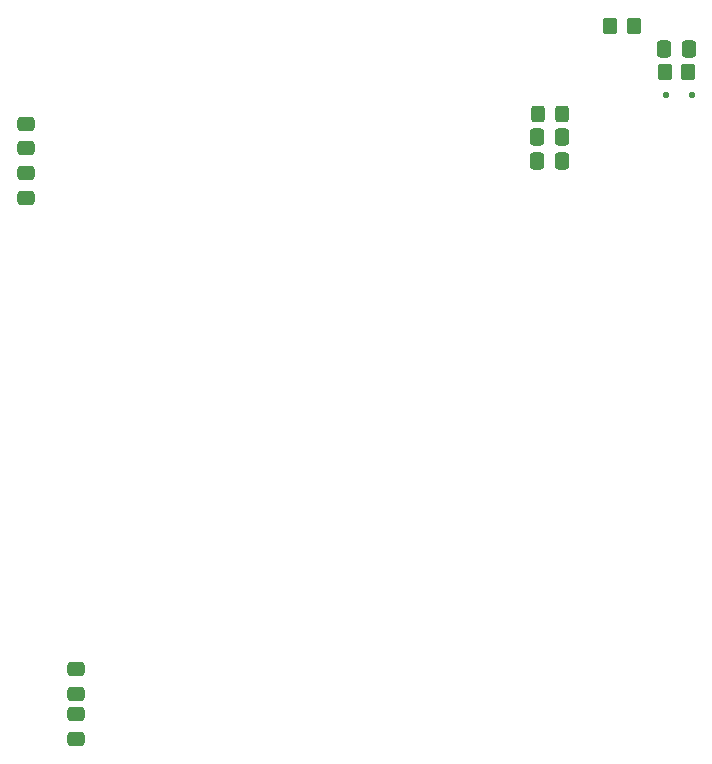
<source format=gbp>
G04 #@! TF.GenerationSoftware,KiCad,Pcbnew,7.0.9*
G04 #@! TF.CreationDate,2023-12-09T13:14:58+01:00*
G04 #@! TF.ProjectId,EuroMeasure-IonGaugeController,4575726f-4d65-4617-9375-72652d496f6e,1.0.0*
G04 #@! TF.SameCoordinates,Original*
G04 #@! TF.FileFunction,Paste,Bot*
G04 #@! TF.FilePolarity,Positive*
%FSLAX46Y46*%
G04 Gerber Fmt 4.6, Leading zero omitted, Abs format (unit mm)*
G04 Created by KiCad (PCBNEW 7.0.9) date 2023-12-09 13:14:58*
%MOMM*%
%LPD*%
G01*
G04 APERTURE LIST*
G04 Aperture macros list*
%AMRoundRect*
0 Rectangle with rounded corners*
0 $1 Rounding radius*
0 $2 $3 $4 $5 $6 $7 $8 $9 X,Y pos of 4 corners*
0 Add a 4 corners polygon primitive as box body*
4,1,4,$2,$3,$4,$5,$6,$7,$8,$9,$2,$3,0*
0 Add four circle primitives for the rounded corners*
1,1,$1+$1,$2,$3*
1,1,$1+$1,$4,$5*
1,1,$1+$1,$6,$7*
1,1,$1+$1,$8,$9*
0 Add four rect primitives between the rounded corners*
20,1,$1+$1,$2,$3,$4,$5,0*
20,1,$1+$1,$4,$5,$6,$7,0*
20,1,$1+$1,$6,$7,$8,$9,0*
20,1,$1+$1,$8,$9,$2,$3,0*%
G04 Aperture macros list end*
%ADD10RoundRect,0.125000X0.125000X0.125000X-0.125000X0.125000X-0.125000X-0.125000X0.125000X-0.125000X0*%
%ADD11RoundRect,0.250000X0.337500X0.475000X-0.337500X0.475000X-0.337500X-0.475000X0.337500X-0.475000X0*%
%ADD12RoundRect,0.250000X-0.350000X-0.450000X0.350000X-0.450000X0.350000X0.450000X-0.350000X0.450000X0*%
%ADD13RoundRect,0.250000X-0.475000X0.337500X-0.475000X-0.337500X0.475000X-0.337500X0.475000X0.337500X0*%
%ADD14RoundRect,0.250000X0.475000X-0.337500X0.475000X0.337500X-0.475000X0.337500X-0.475000X-0.337500X0*%
%ADD15RoundRect,0.250000X0.350000X0.450000X-0.350000X0.450000X-0.350000X-0.450000X0.350000X-0.450000X0*%
%ADD16RoundRect,0.250000X-0.325000X-0.450000X0.325000X-0.450000X0.325000X0.450000X-0.325000X0.450000X0*%
G04 APERTURE END LIST*
D10*
X197200000Y-88900000D03*
X195000000Y-88900000D03*
D11*
X186215000Y-92505000D03*
X184140000Y-92505000D03*
X196937500Y-85000000D03*
X194862500Y-85000000D03*
D12*
X194900000Y-87000000D03*
X196900000Y-87000000D03*
D13*
X140800000Y-91362500D03*
X140800000Y-93437500D03*
X145050000Y-137562500D03*
X145050000Y-139637500D03*
D11*
X186215000Y-94505000D03*
X184140000Y-94505000D03*
D14*
X140800000Y-97637500D03*
X140800000Y-95562500D03*
X145050000Y-143437500D03*
X145050000Y-141362500D03*
D15*
X192300000Y-83100000D03*
X190300000Y-83100000D03*
D16*
X184152500Y-90505000D03*
X186202500Y-90505000D03*
M02*

</source>
